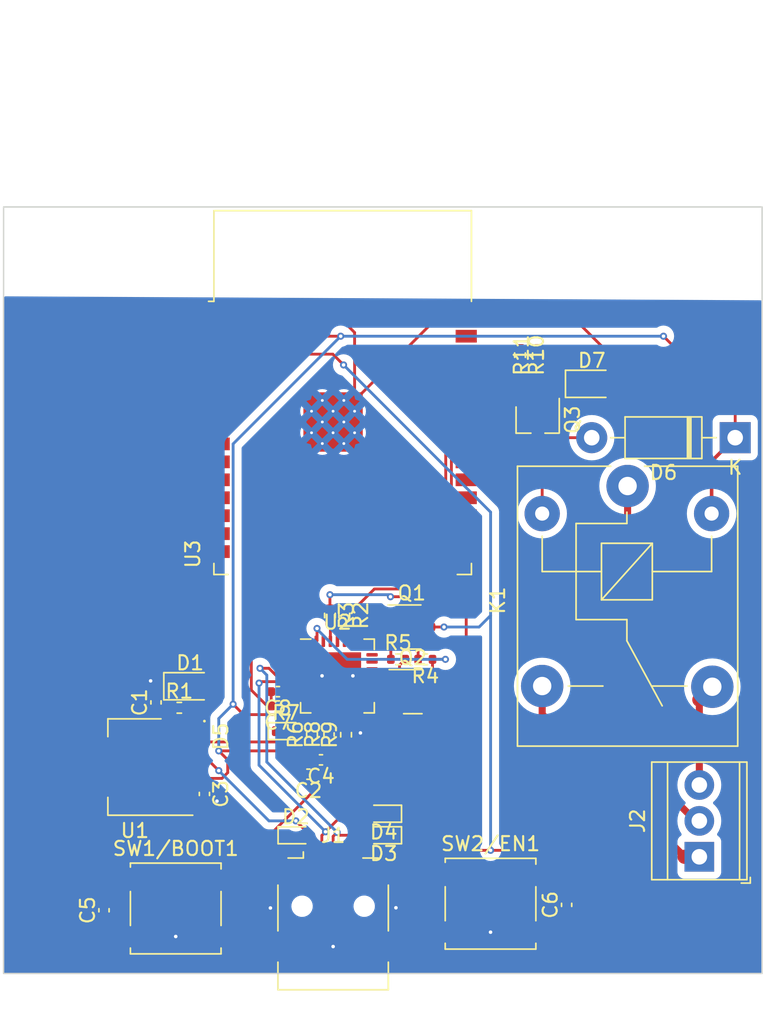
<source format=kicad_pcb>
(kicad_pcb (version 20221018) (generator pcbnew)
  (layers (0 "F.Cu" signal) (31 "B.Cu" signal) (34 "B.Paste" user) (35 "F.Paste" user) (36 "B.SilkS" user "B.Silkscreen") (37 "F.SilkS" user "F.Silkscreen") (38 "B.Mask" user) (39 "F.Mask" user) (44 "Edge.Cuts" user))
  (net 0 "")
  (net 1 "EXT_5V")
  (net 2 "GND")
  (net 3 "VDD33")
  (net 4 "IO0")
  (net 5 "EN")
  (net 6 "Net-(D1-A)")
  (net 7 "VBUS")
  (net 8 "USB_DP")
  (net 9 "USB_DN")
  (net 10 "Net-(D6-A)")
  (net 11 "Net-(D7-A)")
  (net 13 "R1N0")
  (net 14 "R1C")
  (net 15 "R1NC")
  (net 16 "Net-(Q1-B)")
  (net 17 "RTS")
  (net 18 "Net-(Q2-B)")
  (net 19 "DTR")
  (net 20 "Net-(Q3-B)")
  (net 21 "TXD0")
  (net 22 "RXD")
  (net 23 "RXD0")
  (net 24 "TXD")
  (net 25 "U_VBUS")
  (net 26 "U_RST")
  (net 27 "U_SUSP")
  (net 28 "DCD")
  (net 29 "RI")
  (net 42 "CTS")
  (net 43 "DSR")
  (net 44 "SENSOR_VP")
  (net 45 "SENSOR_VN")
  (net 46 "IO34")
  (net 47 "IO35")
  (net 48 "IO32")
  (net 49 "IO33")
  (net 50 "IO25")
  (net 51 "IO26")
  (net 52 "IO27")
  (net 53 "IO14")
  (net 54 "IO12")
  (net 55 "IO13")
  (net 56 "SD2")
  (net 57 "SD3")
  (net 58 "CMD")
  (net 59 "CLK")
  (net 60 "SD0")
  (net 61 "SD1")
  (net 62 "IO15")
  (net 63 "IO2")
  (net 64 "IO4")
  (net 65 "IO16")
  (net 66 "IO17")
  (net 67 "IO5")
  (net 68 "IO18")
  (net 69 "IO19")
  (net 71 "IO21")
  (net 72 "IO22")
  (net 73 "IO23")
  (footprint "Capacitor_SMD:C_0402_1005Metric" (layer "F.Cu") (at 112.395 101.346 180)
    (fp_text reference "C8")
    (fp_text value "22uF/10V(20%)")
  )
  (footprint "Diode_SMD:D_SOD-523" (layer "F.Cu") (at 112.965 104.14)
    (fp_text reference "R7")
    (fp_text value "47.5K(5%)")
  )
  (footprint "Connector_USB:USB_Mini-B_Lumberg_2486_01_Horizontal" (layer "F.Cu") (at 116.3044 116.527)
    (fp_text reference "J1")
    (fp_text value "USB_B_Mini")
  )
  (footprint "Package_DFN_QFN:QFN-28-1EP_5x5mm_P0.5mm_EP3.35x3.35mm" (layer "F.Cu") (at 116.61 100.24)
    (fp_text reference "U2")
    (fp_text value "CP2102N-Axx-xQFN28")
  )
  (footprint "TerminalBlock_TE-Connectivity:TerminalBlock_TE_282834-3_1x03_P2.54mm_Horizontal" (layer "F.Cu") (at 142.24 113.03 90)
    (fp_text reference "J2")
    (fp_text value "Screw_Terminal_01x03")
  )
  (footprint "Package_TO_SOT_SMD:SOT-23" (layer "F.Cu") (at 121.8692 96.774)
    (fp_text reference "Q1")
    (fp_text value "SS8050-G")
  )
  (footprint "Resistor_SMD:R_0402_1005Metric" (layer "F.Cu") (at 114.808 104.394 90)
    (fp_text reference "R6")
    (fp_text value "22.1K(5%)")
  )
  (footprint "Capacitor_SMD:C_0402_1005Metric" (layer "F.Cu") (at 112.395 102.362 180)
    (fp_text reference "C7")
    (fp_text value "0.1uF/50V(10%)")
  )
  (footprint "Capacitor_SMD:C_0402_1005Metric" (layer "F.Cu") (at 103.759 102.108 90)
    (fp_text reference "C1")
    (fp_text value "22uF/10V(20%)")
  )
  (footprint "Capacitor_SMD:C_0402_1005Metric" (layer "F.Cu") (at 115.443 106.172 180)
    (fp_text reference "C4")
    (fp_text value "4.7uF/6.3V(10%)")
  )
  (footprint "Package_TO_SOT_SMD:TSOT-23" (layer "F.Cu") (at 130.81 82.11 -90)
    (fp_text reference "Q3")
    (fp_text value "2N3904")
  )
  (footprint "LED_SMD:LED_0805_2012Metric_Pad1.15x1.40mm_HandSolder" (layer "F.Cu") (at 106.172 100.965)
    (fp_text reference "D1")
    (fp_text value "RED LED")
  )
  (footprint "Resistor_SMD:R_0402_1005Metric" (layer "F.Cu") (at 116.078 95.9612 -90)
    (fp_text reference "R3")
    (fp_text value "R0 (5%)")
  )
  (footprint "Capacitor_SMD:C_0402_1005Metric" (layer "F.Cu") (at 132.842 116.431 90)
    (fp_text reference "C6")
    (fp_text value "0.1uF/50V(10%)(NC)")
  )
  (footprint "Diode_THT:D_DO-41_SOD81_P10.16mm_Horizontal" (layer "F.Cu") (at 144.78 83.38 180)
    (fp_text reference "D6")
    (fp_text value "1N4001")
  )
  (footprint "Resistor_SMD:R_0402_1005Metric" (layer "F.Cu") (at 117.221 104.394 90)
    (fp_text reference "R9")
    (fp_text value "10K(5%)(NC)")
  )
  (footprint "Capacitor_SMD:C_0402_1005Metric" (layer "F.Cu") (at 116.0145 104.374 90)
    (fp_text reference "R8")
    (fp_text value "2K(5%)")
  )
  (footprint "Capacitor_SMD:C_0402_1005Metric" (layer "F.Cu") (at 107.188 108.585 -90)
    (fp_text reference "C3")
    (fp_text value "22uF/10V(20%)")
  )
  (footprint "Diode_SMD:D_SOD-523" (layer "F.Cu") (at 113.665 111.506)
    (fp_text reference "D2")
    (fp_text value "ESD5Zxx")
  )
  (footprint "Diode_SMD:D_SOD-523" (layer "F.Cu") (at 119.888 109.982 180)
    (fp_text reference "D4")
    (fp_text value "ESD5Zxx")
  )
  (footprint "Resistor_SMD:R_0402_1005Metric" (layer "F.Cu") (at 117.094 95.9612 -90)
    (fp_text reference "R2")
    (fp_text value "R0 (5%)")
  )
  (footprint "Diode_SMD:D_0402_1005Metric" (layer "F.Cu") (at 107.188 104.521 -90)
    (fp_text reference "D5")
    (fp_text value "D")
  )
  (footprint "Relay_THT:Relay_SPDT_SANYOU_SRD_Series_Form_C_WithA" (layer "F.Cu") (at 137.16 86.8 -90)
    (fp_text reference "K1")
    (fp_text value "SRD-03VDC-SL-C")
  )
  (footprint "Button_Switch_SMD:SW_Push_1P1T_NO_CK_KSC7xxJ" (layer "F.Cu") (at 127.4528 116.3508 180)
    (fp_text reference "SW2/EN1")
    (fp_text value "SW_Push")
  )
  (footprint "Resistor_SMD:R_0402_1005Metric" (layer "F.Cu") (at 122.8324 99.06 180)
    (fp_text reference "R4")
    (fp_text value "10K(5%)")
  )
  (footprint "Capacitor_SMD:C_0402_1005Metric" (layer "F.Cu") (at 114.554 107.188 180)
    (fp_text reference "C2")
    (fp_text value " 0.1uF/50V(10%)")
  )
  (footprint "LED_SMD:LED_0805_2012Metric_Pad1.15x1.40mm_HandSolder" (layer "F.Cu") (at 134.62 79.57)
    (fp_text reference "D7")
    (fp_text value "RED LED")
  )
  (footprint "Resistor_SMD:R_0402_1005Metric" (layer "F.Cu") (at 130.81 77.54 90)
    (fp_text reference "R11")
    (fp_text value "2K(5%)")
  )
  (footprint "Package_TO_SOT_SMD:SOT-223-3_TabPin2" (layer "F.Cu") (at 102.26 106.68 180)
    (fp_text reference "U1")
    (fp_text value "AMS1117-3.3")
  )
  (footprint "Resistor_SMD:R_0402_1005Metric" (layer "F.Cu") (at 105.41 102.489)
    (fp_text reference "R1")
    (fp_text value "2K (5%)")
  )
  (footprint "Capacitor_SMD:C_0402_1005Metric" (layer "F.Cu") (at 100.076 116.812 90)
    (fp_text reference "C5")
    (fp_text value "0.1uF/50V(10%)(NC)")
  )
  (footprint "Resistor_SMD:R_0402_1005Metric" (layer "F.Cu") (at 129.54 77.54 -90)
    (fp_text reference "R10")
    (fp_text value "1K(5%)")
  )
  (footprint "Package_TO_SOT_SMD:SOT-23" (layer "F.Cu") (at 121.9477 101.346)
    (fp_text reference "Q2")
    (fp_text value "SS8050-G")
  )
  (footprint "RF_Module:ESP32-WROOM-32" (layer "F.Cu") (at 116.98 83.18)
    (fp_text reference "U3")
    (fp_text value "ESP32-WROOM-32")
  )
  (footprint "Button_Switch_SMD:SW_Push_1P1T_NO_CK_KSC7xxJ" (layer "F.Cu") (at 105.156 116.6876 180)
    (fp_text reference "SW1/BOOT1")
    (fp_text value "SW_Push")
  )
  (footprint "Resistor_SMD:R_0402_1005Metric" (layer "F.Cu") (at 120.902 99.06)
    (fp_text reference "R5")
    (fp_text value "10K(5%)")
  )
  (footprint "Diode_SMD:D_SOD-523" (layer "F.Cu") (at 119.888 111.506 180)
    (fp_text reference "D3")
    (fp_text value "ESD5Zxx")
  )
  (gr_rect (start 92.964 67.056) (end 146.685 121.285) (stroke (width 0.1)) (fill none) (layer "Edge.Cuts"))
  (segment (start 103.858 102.489) (end 103.759 102.588) (width 0.2) (layer "F.Cu") (net 1))
  (segment (start 104.9 102.489) (end 104.9 103.87) (width 0.2) (layer "F.Cu") (net 1))
  (segment (start 104.9 102.489) (end 103.858 102.489) (width 0.2) (layer "F.Cu") (net 1))
  (segment (start 104.9 103.87) (end 105.41 104.38) (width 0.2) (layer "F.Cu") (net 1))
  (segment (start 105.754 104.036) (end 105.41 104.38) (width 0.2) (layer "F.Cu") (net 1))
  (segment (start 107.188 104.036) (end 105.754 104.036) (width 0.2) (layer "F.Cu") (net 1))
  (segment (start 111.8544 113.927) (end 111.8544 116.6296) (width 0.2) (layer "F.Cu") (net 2))
  (segment (start 116.3 82.27) (end 123.64 74.93) (width 0.2) (layer "F.Cu") (net 2))
  (segment (start 105.147 100.965) (end 103.759 100.965) (width 0.2) (layer "F.Cu") (net 2))
  (segment (start 130.3528 118.3508) (end 131.7926 116.911) (width 0.2) (layer "F.Cu") (net 2))
  (segment (start 116.61 100.24) (end 115.5308 100.24) (width 0.2) (layer "F.Cu") (net 2))
  (segment (start 114.202654 102.202346) (end 114.647654 102.202346) (width 0.2) (layer "F.Cu") (net 2))
  (segment (start 111.8616 116.6368) (end 111.8544 116.644) (width 0.2) (layer "F.Cu") (net 2))
  (segment (start 112.265 104.14) (end 114.202654 102.202346) (width 0.2) (layer "F.Cu") (net 2))
  (segment (start 133.595 79.57) (end 132.99 79.57) (width 0.254) (layer "F.Cu") (net 2))
  (segment (start 105.495 109.065) (end 105.41 108.98) (width 0.2) (layer "F.Cu") (net 2))
  (segment (start 103.759 100.965) (end 103.378 100.584) (width 0.2) (layer "F.Cu") (net 2))
  (segment (start 108.049 109.065) (end 108.077 109.093) (width 0.2) (layer "F.Cu") (net 2))
  (segment (start 120.7544 116.5832) (end 120.7516 116.586) (width 0.2) (layer "F.Cu") (net 2))
  (segment (start 107.188 109.065) (end 108.049 109.065) (width 0.2) (layer "F.Cu") (net 2))
  (segment (start 102.256 118.6876) (end 105.0864 118.6876) (width 0.2) (layer "F.Cu") (net 2))
  (segment (start 133.595 79.57) (end 134.676 80.651) (width 0.2) (layer "F.Cu") (net 2))
  (segment (start 116.332 119.38) (end 116.335 119.377) (width 0.2) (layer "F.Cu") (net 2))
  (segment (start 112.965 112.8164) (end 111.8544 113.927) (width 0.2) (layer "F.Cu") (net 2))
  (segment (start 107.188 109.065) (end 105.495 109.065) (width 0.2) (layer "F.Cu") (net 2))
  (segment (start 111.27 87.3) (end 116.3 82.27) (width 0.2) (layer "F.Cu") (net 2))
  (segment (start 111.8544 119.377) (end 116.329 119.377) (width 0.2) (layer "F.Cu") (net 2))
  (segment (start 111.8544 116.6296) (end 111.8616 116.6368) (width 0.2) (layer "F.Cu") (net 2))
  (segment (start 133.35 74.93) (end 125.73 74.93) (width 0.2) (layer "F.Cu") (net 2))
  (segment (start 116.815923 74.93) (end 117.825 75.939077) (width 0.2) (layer "F.Cu") (net 2))
  (segment (start 100.076 117.292) (end 100.8604 117.292) (width 0.2) (layer "F.Cu") (net 2))
  (segment (start 136.23137 80.651) (end 136.601 80.28137) (width 0.2) (layer "F.Cu") (net 2))
  (segment (start 136.601 80.28137) (end 136.601 78.181) (width 0.2) (layer "F.Cu") (net 2))
  (segment (start 111.915 102.362) (end 111.635 102.362) (width 0.2) (layer "F.Cu") (net 2))
  (segment (start 114.647654 102.202346) (end 116.61 100.24) (width 0.2) (layer "F.Cu") (net 2))
  (segment (start 115.5308 100.24) (end 115.5192 100.2284) (width 0.2) (layer "F.Cu") (net 2))
  (segment (start 110.5081 101.2351) (end 110.5081 93.4519) (width 0.2) (layer "F.Cu") (net 2))
  (segment (start 116.332 106.172) (end 116.84 105.664) (width 0.2) (layer "F.Cu") (net 2))
  (segment (start 124.5528 118.3508) (end 127.444 118.3508) (width 0.2) (layer "F.Cu") (net 2))
  (segment (start 127.4572 118.364) (end 127.4704 118.3508) (width 0.2) (layer "F.Cu") (net 2))
  (segment (start 116.329 119.377) (end 116.332 119.38) (width 0.2) (layer "F.Cu") (net 2))
  (segment (start 115.923 106.172) (end 116.332 106.172) (width 0.2) (layer "F.Cu") (net 2))
  (segment (start 132.99 79.57) (end 131.76 80.8) (width 0.2) (layer "F.Cu") (net 2))
  (segment (start 114.16 99.74) (end 116.11 99.74) (width 0.2) (layer "F.Cu") (net 2))
  (segment (start 136.601 78.181) (end 133.35 74.93) (width 0.2) (layer "F.Cu") (net 2))
  (segment (start 120.7544 116.5888) (end 120.7544 119.377) (width 0.2) (layer "F.Cu") (net 2))
  (segment (start 115.034 107.061) (end 115.923 106.172) (width 0.2) (layer "F.Cu") (net 2))
  (segment (start 111.165 118.6876) (end 111.8544 119.377) (width 0.2) (layer "F.Cu") (net 2))
  (segment (start 127.4704 118.3508) (end 130.3528 118.3508) (width 0.2) (layer "F.Cu") (net 2))
  (segment (start 134.676 80.651) (end 136.23137 80.651) (width 0.2) (layer "F.Cu") (net 2))
  (segment (start 117.221 105.283) (end 116.84 105.664) (width 0.2) (layer "F.Cu") (net 2))
  (segment (start 115.034 107.188) (end 115.034 107.061) (width 0.2) (layer "F.Cu") (net 2))
  (segment (start 123.5266 119.377) (end 124.5528 118.3508) (width 0.2) (layer "F.Cu") (net 2))
  (segment (start 108.056 118.6876) (end 111.165 118.6876) (width 0.2) (layer "F.Cu") (net 2))
  (segment (start 123.64 74.93) (end 125.73 74.93) (width 0.2) (layer "F.Cu") (net 2))
  (segment (start 117.221 104.904) (end 117.221 105.283) (width 0.2) (layer "F.Cu") (net 2))
  (segment (start 111.915 102.362) (end 111.915 101.346) (width 0.2) (layer "F.Cu") (net 2))
  (segment (start 117.692 100.24) (end 117.7036 100.2284) (width 0.2) (layer "F.Cu") (net 2))
  (segment (start 117.221 104.904) (end 117.6 104.904) (width 0.2) (layer "F.Cu") (net 2))
  (segment (start 100.8604 117.292) (end 102.256 118.6876) (width 0.2) (layer "F.Cu") (net 2))
  (segment (start 120.7544 113.927) (end 120.7544 116.5832) (width 0.2) (layer "F.Cu") (net 2))
  (segment (start 105.124 118.6876) (end 108.056 118.6876) (width 0.2) (layer "F.Cu") (net 2))
  (segment (start 105.1052 118.6688) (end 105.124 118.6876) (width 0.2) (layer "F.Cu") (net 2))
  (segment (start 120.7544 119.377) (end 123.5266 119.377) (width 0.2) (layer "F.Cu") (net 2))
  (segment (start 112.965 111.506) (end 112.965 112.8164) (width 0.2) (layer "F.Cu") (net 2))
  (segment (start 103.759 101.628) (end 103.759 100.965) (width 0.2) (layer "F.Cu") (net 2))
  (segment (start 116.335 119.377) (end 120.7544 119.377) (width 0.2) (layer "F.Cu") (net 2))
  (segment (start 120.588 113.7606) (end 120.7544 113.927) (width 0.2) (layer "F.Cu") (net 2))
  (segment (start 110.5081 93.4519) (end 111.27 92.69) (width 0.2) (layer "F.Cu") (net 2))
  (segment (start 120.7544 113.927) (end 118.0044 113.927) (width 0.2) (layer "F.Cu") (net 2))
  (segment (start 120.7516 116.586) (end 120.7544 116.5888) (width 0.2) (layer "F.Cu") (net 2))
  (segment (start 118.0044 113.927) (end 117.9044 113.827) (width 0.2) (layer "F.Cu") (net 2))
  (segment (start 117.825 75.939077) (end 117.825 80.745) (width 0.2) (layer "F.Cu") (net 2))
  (segment (start 111.27 92.69) (end 111.27 87.3) (width 0.2) (layer "F.Cu") (net 2))
  (segment (start 116.61 100.24) (end 117.692 100.24) (width 0.2) (layer "F.Cu") (net 2))
  (segment (start 131.7926 116.911) (end 132.842 116.911) (width 0.2) (layer "F.Cu") (net 2))
  (segment (start 127.444 118.3508) (end 127.4572 118.364) (width 0.2) (layer "F.Cu") (net 2))
  (segment (start 116.11 99.74) (end 116.61 100.24) (width 0.2) (layer "F.Cu") (net 2))
  (segment (start 111.635 102.362) (end 110.5081 101.2351) (width 0.2) (layer "F.Cu") (net 2))
  (segment (start 105.0864 118.6876) (end 105.1052 118.6688) (width 0.2) (layer "F.Cu") (net 2))
  (segment (start 108.23 74.93) (end 116.815923 74.93) (width 0.2) (layer "F.Cu") (net 2))
  (segment (start 117.6 104.904) (end 118.237 104.267) (width 0.2) (layer "F.Cu") (net 2))
  (segment (start 111.8544 116.644) (end 111.8544 119.377) (width 0.2) (layer "F.Cu") (net 2))
  (segment (start 120.588 109.982) (end 120.588 113.7606) (width 0.2) (layer "F.Cu") (net 2))
  (via (at 115.5192 100.2284) (size 0.5) (drill 0.25) (layers "F.Cu" "B.Cu") (net 2))
  (via (at 120.7516 116.6368) (size 0.5) (drill 0.25) (layers "F.Cu" "B.Cu") (net 2))
  (via (at 111.8616 116.651999) (size 0.5) (drill 0.25) (layers "F.Cu" "B.Cu") (net 2))
  (via (at 108.077 109.093) (size 0.5) (drill 0.25) (layers "F.Cu" "B.Cu") (net 2))
  (via (at 118.237 104.267) (size 0.5) (drill 0.25) (layers "F.Cu" "B.Cu") (net 2))
  (via (at 105.155999 118.6688) (size 0.5) (drill 0.25) (layers "F.Cu" "B.Cu") (net 2))
  (via (at 116.304399 119.38) (size 0.5) (drill 0.25) (layers "F.Cu" "B.Cu") (net 2))
  (via (at 103.378 100.584) (size 0.5) (drill 0.25) (layers "F.Cu" "B.Cu") (net 2))
  (via (at 117.7036 100.2284) (size 0.5) (drill 0.25) (layers "F.Cu" "B.Cu") (net 2))
  (via (at 127.452799 118.364) (size 0.5) (drill 0.25) (layers "F.Cu" "B.Cu") (net 2))
  (segment (start 108.431818 107.484) (end 108.839 107.076818) (width 0.2) (layer "F.Cu") (net 3))
  (segment (start 108.839 107.076818) (end 108.839 106.172) (width 0.2) (layer "F.Cu") (net 3))
  (segment (start 114.963 106.172) (end 114.963 105.9055) (width 0.2) (layer "F.Cu") (net 3))
  (segment (start 114.16 101.24) (end 114.16 101.74) (width 0.2) (layer "F.Cu") (net 3))
  (segment (start 106.835 108.105) (end 106.214 107.484) (width 0.2) (layer "F.Cu") (net 3))
  (segment (start 144.78 81.28) (end 144.78 83.38) (width 0.2) (layer "F.Cu") (net 3))
  (segment (start 112.265 102.972) (end 109.957 102.972) (width 0.2) (layer "F.Cu") (net 3))
  (segment (start 115.3315 105.537) (end 108.204 105.537) (width 0.2) (layer "F.Cu") (net 3))
  (segment (start 106.214 107.484) (end 108.431818 107.484) (width 0.2) (layer "F.Cu") (net 3))
  (segment (start 107.188 108.105) (end 106.835 108.105) (width 0.2) (layer "F.Cu") (net 3))
  (segment (start 116.0145 104.854) (end 115.3315 105.537) (width 0.2) (layer "F.Cu") (net 3))
  (segment (start 114.16 101.74) (end 113.497 101.74) (width 0.2) (layer "F.Cu") (net 3))
  (segment (start 113.497 101.74) (end 112.265 102.972) (width 0.2) (layer "F.Cu") (net 3))
  (segment (start 139.7 76.2) (end 144.78 81.28) (width 0.2) (layer "F.Cu") (net 3))
  (segment (start 113.497 101.74) (end 112.875 102.362) (width 0.2) (layer "F.Cu") (net 3))
  (segment (start 99.11 106.68) (end 105.41 106.68) (width 0.2) (layer "F.Cu") (net 3))
  (segment (start 143.11 88.75) (end 143.11 85.05) (width 0.254) (layer "F.Cu") (net 3))
  (segment (start 114.16 101.24) (end 112.981 101.24) (width 0.2) (layer "F.Cu") (net 3))
  (segment (start 109.957 102.972) (end 109.22 102.235) (width 0.2) (layer "F.Cu") (net 3))
  (segment (start 108.839 106.172) (end 108.204 105.537) (width 0.2) (layer "F.Cu") (net 3))
  (segment (start 105.41 106.68) (end 106.214 107.484) (width 0.2) (layer "F.Cu") (net 3))
  (segment (start 116.84 76.2) (end 108.23 76.2) (width 0.2) (layer "F.Cu") (net 3))
  (segment (start 143.11 85.05) (end 144.78 83.38) (width 0.254) (layer "F.Cu") (net 3))
  (segment (start 114.963 106.172) (end 114.963 106.299) (width 0.2) (layer "F.Cu") (net 3))
  (segment (start 114.963 106.299) (end 114.074 107.188) (width 0.2) (layer "F.Cu") (net 3))
  (segment (start 114.963 105.9055) (end 115.3315 105.537) (width 0.2) (layer "F.Cu") (net 3))
  (segment (start 112.981 101.24) (end 112.875 101.346) (width 0.2) (layer "F.Cu") (net 3))
  (via (at 109.22 102.235) (size 0.5) (drill 0.25) (layers "F.Cu" "B.Cu") (net 3))
  (via (at 116.84 76.2) (size 0.5) (drill 0.25) (layers "F.Cu" "B.Cu") (net 3))
  (via (at 139.7 76.2) (size 0.5) (drill 0.25) (layers "F.Cu" "B.Cu") (net 3))
  (via (at 108.204 105.537) (size 0.5) (drill 0.25) (layers "F.Cu" "B.Cu") (net 3))
  (segment (start 108.204 105.537) (end 108.204 103.251) (width 0.2) (layer "B.Cu") (net 3))
  (segment (start 108.204 103.251) (end 109.22 102.235) (width 0.2) (layer "B.Cu") (net 3))
  (segment (start 109.22 102.235) (end 109.22 83.82) (width 0.2) (layer "B.Cu") (net 3))
  (segment (start 109.22 83.82) (end 116.84 76.2) (width 0.2) (layer "B.Cu") (net 3))
  (segment (start 116.84 76.2) (end 139.7 76.2) (width 0.2) (layer "B.Cu") (net 3))
  (segment (start 102.256 114.6876) (end 100.6116 116.332) (width 0.2) (layer "F.Cu") (net 4))
  (segment (start 100.6116 116.332) (end 100.076 116.332) (width 0.2) (layer "F.Cu") (net 4))
  (segment (start 123.309096 102.296) (end 125.73 99.875096) (width 0.2) (layer "F.Cu") (net 4))
  (segment (start 108.056 114.6876) (end 102.256 114.6876) (width 0.2) (layer "F.Cu") (net 4))
  (segment (start 121.0102 102.296) (end 108.6186 114.6876) (width 0.2) (layer "F.Cu") (net 4))
  (segment (start 125.73 99.875096) (end 125.73 91.44) (width 0.2) (layer "F.Cu") (net 4))
  (segment (start 108.6186 114.6876) (end 108.056 114.6876) (width 0.2) (layer "F.Cu") (net 4))
  (segment (start 121.0102 102.296) (end 123.309096 102.296) (width 0.2) (layer "F.Cu") (net 4))
  (segment (start 124.5528 114.3508) (end 130.3528 114.3508) (width 0.2) (layer "F.Cu") (net 5))
  (segment (start 127.4572 112.5728) (end 128.5748 112.5728) (width 0.2) (layer "F.Cu") (net 5))
  (segment (start 127.4572 112.5728) (end 126.3308 112.5728) (width 0.2) (layer "F.Cu") (net 5))
  (segment (start 130.3528 114.3508) (end 131.953 115.951) (width 0.2) (layer "F.Cu") (net 5))
  (segment (start 126.3308 112.5728) (end 124.5528 114.3508) (width 0.2) (layer "F.Cu") (net 5))
  (segment (start 131.953 115.951) (end 132.842 115.951) (width 0.2) (layer "F.Cu") (net 5))
  (segment (start 122.8067 96.774) (end 124.1552 96.774) (width 0.2) (layer "F.Cu") (net 5))
  (segment (start 128.5748 112.5728) (end 130.3528 114.3508) (width 0.2) (layer "F.Cu") (net 5))
  (segment (start 116.2812 77.47) (end 117.0432 78.232) (width 0.2) (layer "F.Cu") (net 5))
  (segment (start 108.23 77.47) (end 116.2812 77.47) (width 0.2) (layer "F.Cu") (net 5))
  (via (at 124.1552 96.774) (size 0.5) (drill 0.25) (layers "F.Cu" "B.Cu") (net 5))
  (via (at 117.0432 78.232) (size 0.5) (drill 0.25) (layers "F.Cu" "B.Cu") (net 5))
  (via (at 127.4572 112.5728) (size 0.5) (drill 0.25) (layers "F.Cu" "B.Cu") (net 5))
  (segment (start 126.6444 96.774) (end 127.4572 95.9612) (width 0.2) (layer "B.Cu") (net 5))
  (segment (start 127.4572 88.646) (end 127.4572 95.9612) (width 0.2) (layer "B.Cu") (net 5))
  (segment (start 117.0432 78.232) (end 127.4572 88.646) (width 0.2) (layer "B.Cu") (net 5))
  (segment (start 127.4572 95.9612) (end 127.4572 112.5728) (width 0.2) (layer "B.Cu") (net 5))
  (segment (start 124.1552 96.774) (end 126.6444 96.774) (width 0.2) (layer "B.Cu") (net 5))
  (segment (start 107.197 101.212) (end 107.197 100.965) (width 0.2) (layer "F.Cu") (net 6))
  (segment (start 105.92 102.489) (end 107.197 101.212) (width 0.2) (layer "F.Cu") (net 6))
  (segment (start 107.188 105.918) (end 107.188 105.006) (width 0.2) (layer "F.Cu") (net 7))
  (segment (start 108.204 106.934) (end 107.188 105.918) (width 0.2) (layer "F.Cu") (net 7))
  (segment (start 114.808 104.904) (end 107.29 104.904) (width 0.2) (layer "F.Cu") (net 7))
  (segment (start 114.7044 113.827) (end 114.7044 111.8454) (width 0.2) (layer "F.Cu") (net 7))
  (segment (start 114.365 111.506) (end 114.365 111.19) (width 0.2) (layer "F.Cu") (net 7))
  (segment (start 114.365 111.19) (end 113.665 110.49) (width 0.2) (layer "F.Cu") (net 7))
  (segment (start 107.29 104.904) (end 107.188 105.006) (width 0.2) (layer "F.Cu") (net 7))
  (segment (start 114.7044 111.8454) (end 114.365 111.506) (width 0.2) (layer "F.Cu") (net 7))
  (via (at 113.665 110.49) (size 0.5) (drill 0.25) (layers "F.Cu" "B.Cu") (net 7))
  (via (at 108.204 106.934) (size 0.5) (drill 0.25) (layers "F.Cu" "B.Cu") (net 7))
  (segment (start 113.665 110.49) (end 111.76 110.49) (width 0.2) (layer "B.Cu") (net 7))
  (segment (start 111.76 110.49) (end 108.204 106.934) (width 0.2) (layer "B.Cu") (net 7))
  (segment (start 114.16 100.24) (end 112.305 100.24) (width 0.2) (layer "F.Cu") (net 8))
  (segment (start 116.3044 111.5844) (end 116.586 111.3028) (width 0.2) (layer "F.Cu") (net 8))
  (segment (start 116.3044 113.827) (end 116.3044 111.5844) (width 0.2) (layer "F.Cu") (net 8))
  (segment (start 111.76 99.695) (end 111.125 99.695) (width 0.2) (layer "F.Cu") (net 8))
  (segment (start 112.305 100.24) (end 111.76 99.695) (width 0.2) (layer "F.Cu") (net 8))
  (segment (start 116.7892 111.506) (end 119.188 111.506) (width 0.2) (layer "F.Cu") (net 8))
  (segment (start 116.586 111.3028) (end 116.7892 111.506) (width 0.2) (layer "F.Cu") (net 8))
  (via (at 116.586 111.3028) (size 0.5) (drill 0.25) (layers "F.Cu" "B.Cu") (net 8))
  (via (at 111.125 99.695) (size 0.5) (drill 0.25) (layers "F.Cu" "B.Cu") (net 8))
  (segment (start 116.586 111.3028) (end 111.6076 106.3244) (width 0.2) (layer "B.Cu") (net 8))
  (segment (start 111.6076 106.3244) (end 111.6076 100.1776) (width 0.2) (layer "B.Cu") (net 8))
  (segment (start 111.6076 100.1776) (end 111.125 99.695) (width 0.2) (layer "B.Cu") (net 8))
  (segment (start 113.747346 100.74) (end 113.647346 100.64) (width 0.2) (layer "F.Cu") (net 9))
  (segment (start 114.156 100.736) (end 114.16 100.74) (width 0.2) (layer "F.Cu") (net 9))
  (segment (start 115.765291 111.259909) (end 117.0432 109.982) (width 0.2) (layer "F.Cu") (net 9))
  (segment (start 115.5044 111.5208) (end 115.765291 111.259909) (width 0.2) (layer "F.Cu") (net 9))
  (segment (start 115.5044 113.827) (end 115.5044 111.5208) (width 0.2) (layer "F.Cu") (net 9))
  (segment (start 117.0432 109.982) (end 119.188 109.982) (width 0.2) (layer "F.Cu") (net 9))
  (segment (start 114.16 100.74) (end 113.747346 100.74) (width 0.2) (layer "F.Cu") (net 9))
  (segment (start 113.647346 100.64) (end 111.1581 100.64) (width 0.2) (layer "F.Cu") (net 9))
  (segment (start 111.1581 100.64) (end 111.0581 100.74) (width 0.2) (layer "F.Cu") (net 9))
  (via (at 115.765291 111.259909) (size 0.5) (drill 0.25) (layers "F.Cu" "B.Cu") (net 9))
  (via (at 111.0581 100.74) (size 0.5) (drill 0.25) (layers "F.Cu" "B.Cu") (net 9))
  (segment (start 111.0581 100.74) (end 111.0552 100.7429) (width 0.2) (layer "B.Cu") (net 9))
  (segment (start 111.0552 100.7429) (end 111.0552 106.549818) (width 0.2) (layer "B.Cu") (net 9))
  (segment (start 111.0552 106.549818) (end 115.765291 111.259909) (width 0.2) (layer "B.Cu") (net 9))
  (segment (start 130.85 83.38) (end 130.81 83.42) (width 0.254) (layer "F.Cu") (net 10))
  (segment (start 131.11 88.75) (end 131.11 83.72) (width 0.2) (layer "F.Cu") (net 10))
  (segment (start 130.77 83.38) (end 130.81 83.42) (width 0.254) (layer "F.Cu") (net 10))
  (segment (start 131.11 83.72) (end 130.81 83.42) (width 0.254) (layer "F.Cu") (net 10))
  (segment (start 134.62 83.38) (end 130.85 83.38) (width 0.2) (layer "F.Cu") (net 10))
  (segment (start 135.645 79.57) (end 134.125 78.05) (width 0.2) (layer "F.Cu") (net 11))
  (segment (start 134.125 78.05) (end 130.81 78.05) (width 0.2) (layer "F.Cu") (net 11))
  (segment (start 131.11 102.95) (end 131.11 100.95) (width 0.5) (layer "F.Cu") (net 13))
  (segment (start 142.24 113.03) (end 141.19 113.03) (width 1) (layer "F.Cu") (net 13))
  (segment (start 141.19 113.03) (end 131.11 102.95) (width 0.5) (layer "F.Cu") (net 13))
  (segment (start 142.24 110.49) (end 141.972175 110.49) (width 1) (layer "F.Cu") (net 14))
  (segment (start 137.16 105.677825) (end 137.16 86.8) (width 0.5) (layer "F.Cu") (net 14))
  (segment (start 141.972175 110.49) (end 137.16 105.677825) (width 0.5) (layer "F.Cu") (net 14))
  (segment (start 142.24 101.92) (end 143.16 101) (width 1) (layer "F.Cu") (net 15))
  (segment (start 142.24 107.95) (end 142.24 101.92) (width 0.5) (layer "F.Cu") (net 15))
  (segment (start 120.9317 95.824) (end 120.9317 96.350104) (width 0.2) (layer "F.Cu") (net 16))
  (segment (start 122.3224 97.740804) (end 122.3224 99.06) (width 0.2) (layer "F.Cu") (net 16))
  (segment (start 120.9317 96.350104) (end 122.3224 97.740804) (width 0.2) (layer "F.Cu") (net 16))
  (segment (start 117.11 97.377346) (end 117.11 97.79) (width 0.2) (layer "F.Cu") (net 17))
  (segment (start 120.2977 97.09) (end 117.397346 97.09) (width 0.2) (layer "F.Cu") (net 17))
  (segment (start 117.397346 97.09) (end 117.11 97.377346) (width 0.2) (layer "F.Cu") (net 17))
  (segment (start 120.392 98.2637) (end 120.9317 97.724) (width 0.2) (layer "F.Cu") (net 17))
  (segment (start 120.9317 97.724) (end 120.2977 97.09) (width 0.2) (layer "F.Cu") (net 17))
  (segment (start 120.392 99.06) (end 120.392 98.2637) (width 0.2) (layer "F.Cu") (net 17))
  (segment (start 121.0102 100.396) (end 121.0102 99.4618) (width 0.2) (layer "F.Cu") (net 18))
  (segment (start 121.0102 99.4618) (end 121.412 99.06) (width 0.2) (layer "F.Cu") (net 18))
  (segment (start 124.2568 99.06) (end 124.206 99.06) (width 0.2) (layer "F.Cu") (net 19))
  (segment (start 123.3424 100.8888) (end 122.8852 101.346) (width 0.2) (layer "F.Cu") (net 19))
  (segment (start 115.1636 96.8756) (end 115.1636 97.7364) (width 0.2) (layer "F.Cu") (net 19))
  (segment (start 115.1636 97.7364) (end 115.11 97.79) (width 0.2) (layer "F.Cu") (net 19))
  (segment (start 123.3424 99.06) (end 124.2568 99.06) (width 0.2) (layer "F.Cu") (net 19))
  (segment (start 123.3424 99.06) (end 123.3424 100.8888) (width 0.2) (layer "F.Cu") (net 19))
  (via (at 124.2568 99.06) (size 0.5) (drill 0.25) (layers "F.Cu" "B.Cu") (net 19))
  (via (at 115.1636 96.8756) (size 0.5) (drill 0.25) (layers "F.Cu" "B.Cu") (net 19))
  (segment (start 115.1636 96.9264) (end 115.1636 96.8756) (width 0.2) (layer "B.Cu") (net 19))
  (segment (start 124.2568 99.06) (end 117.2972 99.06) (width 0.2) (layer "B.Cu") (net 19))
  (segment (start 115.1636 96.8756) (end 115.1128 96.8756) (width 0.2) (layer "B.Cu") (net 19))
  (segment (start 115.1128 96.8756) (end 115.1128 96.8756) (width 0.2) (layer "B.Cu") (net 19))
  (segment (start 117.2972 99.06) (end 115.1636 96.9264) (width 0.2) (layer "B.Cu") (net 19))
  (segment (start 129.54 78.05) (end 129.54 80.48) (width 0.2) (layer "F.Cu") (net 20))
  (segment (start 129.54 80.48) (end 129.86 80.8) (width 0.254) (layer "F.Cu") (net 20))
  (segment (start 124.28 79.44) (end 124.98 78.74) (width 0.2) (layer "F.Cu") (net 21))
  (segment (start 117.858 95.4512) (end 119.2276 94.0816) (width 0.2) (layer "F.Cu") (net 21))
  (segment (start 124.28 92.734264) (end 124.28 79.44) (width 0.2) (layer "F.Cu") (net 21))
  (segment (start 122.932663 94.0816) (end 124.28 92.734264) (width 0.2) (layer "F.Cu") (net 21))
  (segment (start 117.094 95.4512) (end 117.858 95.4512) (width 0.2) (layer "F.Cu") (net 21))
  (segment (start 124.98 78.74) (end 125.73 78.74) (width 0.2) (layer "F.Cu") (net 21))
  (segment (start 119.2276 94.0816) (end 122.932663 94.0816) (width 0.2) (layer "F.Cu") (net 21))
  (segment (start 116.61 97.79) (end 116.61 96.9552) (width 0.2) (layer "F.Cu") (net 22))
  (segment (start 116.61 96.9552) (end 117.094 96.4712) (width 0.2) (layer "F.Cu") (net 22))
  (segment (start 124.98 80.01) (end 125.73 80.01) (width 0.2) (layer "F.Cu") (net 23))
  (segment (start 116.078 95.4512) (end 116.078 95.1812) (width 0.2) (layer "F.Cu") (net 23))
  (segment (start 122.948349 94.6316) (end 124.68 92.899949) (width 0.2) (layer "F.Cu") (net 23))
  (segment (start 120.365718 94.6316) (end 122.948349 94.6316) (width 0.2) (layer "F.Cu") (net 23))
  (segment (start 124.68 80.31) (end 124.98 80.01) (width 0.2) (layer "F.Cu") (net 23))
  (segment (start 124.68 92.899949) (end 124.68 80.31) (width 0.2) (layer "F.Cu") (net 23))
  (segment (start 116.078 95.4512) (end 116.078 94.488) (width 0.2) (layer "F.Cu") (net 23))
  (via (at 116.078 94.488) (size 0.5) (drill 0.25) (layers "F.Cu" "B.Cu") (net 23))
  (via (at 120.365718 94.6316) (size 0.5) (drill 0.25) (layers "F.Cu" "B.Cu") (net 23))
  (segment (start 120.222118 94.488) (end 120.365718 94.6316) (width 0.2) (layer "B.Cu") (net 23))
  (segment (start 116.078 94.488) (end 120.222118 94.488) (width 0.2) (layer "B.Cu") (net 23))
  (segment (start 116.11 97.79) (end 116.11 96.5032) (width 0.2) (layer "F.Cu") (net 24))
  (segment (start 116.11 96.5032) (end 116.078 96.4712) (width 0.2) (layer "F.Cu") (net 24))
  (segment (start 113.665 104.14) (end 114.552 104.14) (width 0.2) (layer "F.Cu") (net 25))
  (segment (start 114.552 104.14) (end 114.808 103.884) (width 0.2) (layer "F.Cu") (net 25))
  (segment (start 114.808 102.992) (end 115.11 102.69) (width 0.2) (layer "F.Cu") (net 25))
  (segment (start 114.808 103.884) (end 114.808 102.992) (width 0.2) (layer "F.Cu") (net 25))
  (segment (start 116.0145 103.894) (end 115.61 103.4895) (width 0.2) (layer "F.Cu") (net 26))
  (segment (start 115.61 103.4895) (end 115.61 102.69) (width 0.2) (layer "F.Cu") (net 26))
  (segment (start 117.221 103.884) (end 116.61 103.273) (width 0.2) (layer "F.Cu") (net 27))
  (segment (start 116.61 103.273) (end 116.61 102.69) (width 0.2) (layer "F.Cu") (net 27))
  (segment (start 126.861 84.709) (end 126.48 85.09) (width 0.2) (layer "F.Cu") (net 68))
  (segment (start 130.81 77.03) (end 129.54 77.03) (width 0.2) (layer "F.Cu") (net 68))
  (segment (start 126.861 79.389) (end 126.861 84.709) (width 0.2) (layer "F.Cu") (net 68))
  (segment (start 129.22 77.03) (end 126.861 79.389) (width 0.2) (layer "F.Cu") (net 68))
  (segment (start 129.54 77.03) (end 129.22 77.03) (width 0.254) (layer "F.Cu") (net 68))
  (segment (start 126.48 85.09) (end 125.73 85.09) (width 0.254) (layer "F.Cu") (net 68))
  (zone (net 2) (net_name "GND") (layer "B.Cu") (connect_pads (clearance 0.5)) (min_thickness 0.25) (fill yes (thermal_gap 0.5) (thermal_bridge_width 0.5))
    (polygon (pts (xy 92.98 73.38) (xy 92.71 121.285) (xy 147.32 121.285) (xy 146.685 73.66)))
  )
)
</source>
